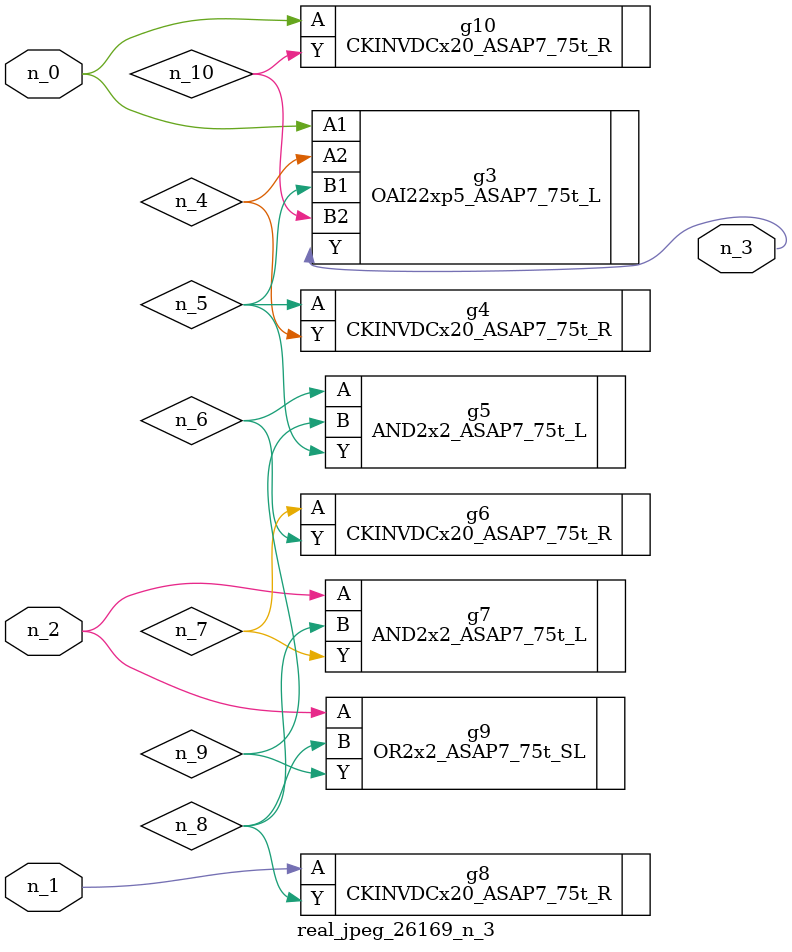
<source format=v>
module real_jpeg_26169_n_3 (n_1, n_0, n_2, n_3);

input n_1;
input n_0;
input n_2;

output n_3;

wire n_5;
wire n_4;
wire n_8;
wire n_6;
wire n_7;
wire n_10;
wire n_9;

OAI22xp5_ASAP7_75t_L g3 ( 
.A1(n_0),
.A2(n_4),
.B1(n_5),
.B2(n_10),
.Y(n_3)
);

CKINVDCx20_ASAP7_75t_R g10 ( 
.A(n_0),
.Y(n_10)
);

CKINVDCx20_ASAP7_75t_R g8 ( 
.A(n_1),
.Y(n_8)
);

AND2x2_ASAP7_75t_L g7 ( 
.A(n_2),
.B(n_8),
.Y(n_7)
);

OR2x2_ASAP7_75t_SL g9 ( 
.A(n_2),
.B(n_8),
.Y(n_9)
);

CKINVDCx20_ASAP7_75t_R g4 ( 
.A(n_5),
.Y(n_4)
);

AND2x2_ASAP7_75t_L g5 ( 
.A(n_6),
.B(n_9),
.Y(n_5)
);

CKINVDCx20_ASAP7_75t_R g6 ( 
.A(n_7),
.Y(n_6)
);


endmodule
</source>
